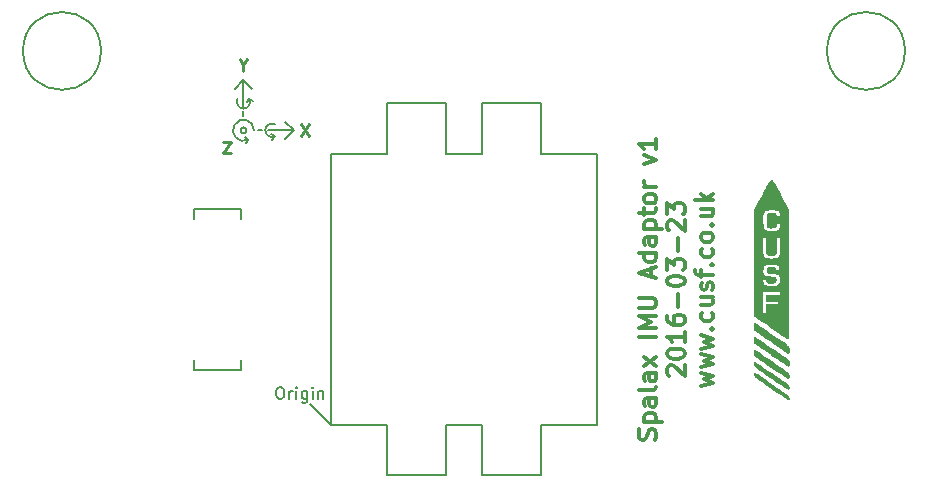
<source format=gto>
G04 #@! TF.FileFunction,Legend,Top*
%FSLAX46Y46*%
G04 Gerber Fmt 4.6, Leading zero omitted, Abs format (unit mm)*
G04 Created by KiCad (PCBNEW 0.201601071449+6428~40~ubuntu14.04.1-stable) date Tue 29 Mar 2016 02:08:47 BST*
%MOMM*%
G01*
G04 APERTURE LIST*
%ADD10C,0.100000*%
%ADD11C,0.300000*%
%ADD12C,0.200000*%
%ADD13C,0.150000*%
%ADD14C,0.250000*%
%ADD15C,6.300000*%
%ADD16C,0.600000*%
%ADD17R,2.032000X1.727200*%
%ADD18O,2.032000X1.727200*%
%ADD19R,1.727200X1.727200*%
%ADD20O,1.727200X1.727200*%
%ADD21R,0.620000X0.620000*%
%ADD22R,1.370000X0.500000*%
%ADD23C,1.588000*%
%ADD24C,2.100000*%
G04 APERTURE END LIST*
D10*
D11*
X206707143Y-115714286D02*
X206778571Y-115500000D01*
X206778571Y-115142857D01*
X206707143Y-115000000D01*
X206635714Y-114928571D01*
X206492857Y-114857143D01*
X206350000Y-114857143D01*
X206207143Y-114928571D01*
X206135714Y-115000000D01*
X206064286Y-115142857D01*
X205992857Y-115428571D01*
X205921429Y-115571429D01*
X205850000Y-115642857D01*
X205707143Y-115714286D01*
X205564286Y-115714286D01*
X205421429Y-115642857D01*
X205350000Y-115571429D01*
X205278571Y-115428571D01*
X205278571Y-115071429D01*
X205350000Y-114857143D01*
X205778571Y-114214286D02*
X207278571Y-114214286D01*
X205850000Y-114214286D02*
X205778571Y-114071429D01*
X205778571Y-113785715D01*
X205850000Y-113642858D01*
X205921429Y-113571429D01*
X206064286Y-113500000D01*
X206492857Y-113500000D01*
X206635714Y-113571429D01*
X206707143Y-113642858D01*
X206778571Y-113785715D01*
X206778571Y-114071429D01*
X206707143Y-114214286D01*
X206778571Y-112214286D02*
X205992857Y-112214286D01*
X205850000Y-112285715D01*
X205778571Y-112428572D01*
X205778571Y-112714286D01*
X205850000Y-112857143D01*
X206707143Y-112214286D02*
X206778571Y-112357143D01*
X206778571Y-112714286D01*
X206707143Y-112857143D01*
X206564286Y-112928572D01*
X206421429Y-112928572D01*
X206278571Y-112857143D01*
X206207143Y-112714286D01*
X206207143Y-112357143D01*
X206135714Y-112214286D01*
X206778571Y-111285714D02*
X206707143Y-111428572D01*
X206564286Y-111500000D01*
X205278571Y-111500000D01*
X206778571Y-110071429D02*
X205992857Y-110071429D01*
X205850000Y-110142858D01*
X205778571Y-110285715D01*
X205778571Y-110571429D01*
X205850000Y-110714286D01*
X206707143Y-110071429D02*
X206778571Y-110214286D01*
X206778571Y-110571429D01*
X206707143Y-110714286D01*
X206564286Y-110785715D01*
X206421429Y-110785715D01*
X206278571Y-110714286D01*
X206207143Y-110571429D01*
X206207143Y-110214286D01*
X206135714Y-110071429D01*
X206778571Y-109500000D02*
X205778571Y-108714286D01*
X205778571Y-109500000D02*
X206778571Y-108714286D01*
X206778571Y-107000000D02*
X205278571Y-107000000D01*
X206778571Y-106285714D02*
X205278571Y-106285714D01*
X206350000Y-105785714D01*
X205278571Y-105285714D01*
X206778571Y-105285714D01*
X205278571Y-104571428D02*
X206492857Y-104571428D01*
X206635714Y-104500000D01*
X206707143Y-104428571D01*
X206778571Y-104285714D01*
X206778571Y-104000000D01*
X206707143Y-103857142D01*
X206635714Y-103785714D01*
X206492857Y-103714285D01*
X205278571Y-103714285D01*
X206350000Y-101928571D02*
X206350000Y-101214285D01*
X206778571Y-102071428D02*
X205278571Y-101571428D01*
X206778571Y-101071428D01*
X206778571Y-99928571D02*
X205278571Y-99928571D01*
X206707143Y-99928571D02*
X206778571Y-100071428D01*
X206778571Y-100357142D01*
X206707143Y-100500000D01*
X206635714Y-100571428D01*
X206492857Y-100642857D01*
X206064286Y-100642857D01*
X205921429Y-100571428D01*
X205850000Y-100500000D01*
X205778571Y-100357142D01*
X205778571Y-100071428D01*
X205850000Y-99928571D01*
X206778571Y-98571428D02*
X205992857Y-98571428D01*
X205850000Y-98642857D01*
X205778571Y-98785714D01*
X205778571Y-99071428D01*
X205850000Y-99214285D01*
X206707143Y-98571428D02*
X206778571Y-98714285D01*
X206778571Y-99071428D01*
X206707143Y-99214285D01*
X206564286Y-99285714D01*
X206421429Y-99285714D01*
X206278571Y-99214285D01*
X206207143Y-99071428D01*
X206207143Y-98714285D01*
X206135714Y-98571428D01*
X205778571Y-97857142D02*
X207278571Y-97857142D01*
X205850000Y-97857142D02*
X205778571Y-97714285D01*
X205778571Y-97428571D01*
X205850000Y-97285714D01*
X205921429Y-97214285D01*
X206064286Y-97142856D01*
X206492857Y-97142856D01*
X206635714Y-97214285D01*
X206707143Y-97285714D01*
X206778571Y-97428571D01*
X206778571Y-97714285D01*
X206707143Y-97857142D01*
X205778571Y-96714285D02*
X205778571Y-96142856D01*
X205278571Y-96499999D02*
X206564286Y-96499999D01*
X206707143Y-96428571D01*
X206778571Y-96285713D01*
X206778571Y-96142856D01*
X206778571Y-95428570D02*
X206707143Y-95571428D01*
X206635714Y-95642856D01*
X206492857Y-95714285D01*
X206064286Y-95714285D01*
X205921429Y-95642856D01*
X205850000Y-95571428D01*
X205778571Y-95428570D01*
X205778571Y-95214285D01*
X205850000Y-95071428D01*
X205921429Y-94999999D01*
X206064286Y-94928570D01*
X206492857Y-94928570D01*
X206635714Y-94999999D01*
X206707143Y-95071428D01*
X206778571Y-95214285D01*
X206778571Y-95428570D01*
X206778571Y-94285713D02*
X205778571Y-94285713D01*
X206064286Y-94285713D02*
X205921429Y-94214285D01*
X205850000Y-94142856D01*
X205778571Y-93999999D01*
X205778571Y-93857142D01*
X205778571Y-92357142D02*
X206778571Y-91999999D01*
X205778571Y-91642857D01*
X206778571Y-90285714D02*
X206778571Y-91142857D01*
X206778571Y-90714285D02*
X205278571Y-90714285D01*
X205492857Y-90857142D01*
X205635714Y-91000000D01*
X205707143Y-91142857D01*
X207821429Y-110285713D02*
X207750000Y-110214284D01*
X207678571Y-110071427D01*
X207678571Y-109714284D01*
X207750000Y-109571427D01*
X207821429Y-109499998D01*
X207964286Y-109428570D01*
X208107143Y-109428570D01*
X208321429Y-109499998D01*
X209178571Y-110357141D01*
X209178571Y-109428570D01*
X207678571Y-108499999D02*
X207678571Y-108357142D01*
X207750000Y-108214285D01*
X207821429Y-108142856D01*
X207964286Y-108071427D01*
X208250000Y-107999999D01*
X208607143Y-107999999D01*
X208892857Y-108071427D01*
X209035714Y-108142856D01*
X209107143Y-108214285D01*
X209178571Y-108357142D01*
X209178571Y-108499999D01*
X209107143Y-108642856D01*
X209035714Y-108714285D01*
X208892857Y-108785713D01*
X208607143Y-108857142D01*
X208250000Y-108857142D01*
X207964286Y-108785713D01*
X207821429Y-108714285D01*
X207750000Y-108642856D01*
X207678571Y-108499999D01*
X209178571Y-106571428D02*
X209178571Y-107428571D01*
X209178571Y-106999999D02*
X207678571Y-106999999D01*
X207892857Y-107142856D01*
X208035714Y-107285714D01*
X208107143Y-107428571D01*
X207678571Y-105285714D02*
X207678571Y-105571428D01*
X207750000Y-105714285D01*
X207821429Y-105785714D01*
X208035714Y-105928571D01*
X208321429Y-106000000D01*
X208892857Y-106000000D01*
X209035714Y-105928571D01*
X209107143Y-105857143D01*
X209178571Y-105714285D01*
X209178571Y-105428571D01*
X209107143Y-105285714D01*
X209035714Y-105214285D01*
X208892857Y-105142857D01*
X208535714Y-105142857D01*
X208392857Y-105214285D01*
X208321429Y-105285714D01*
X208250000Y-105428571D01*
X208250000Y-105714285D01*
X208321429Y-105857143D01*
X208392857Y-105928571D01*
X208535714Y-106000000D01*
X208607143Y-104500000D02*
X208607143Y-103357143D01*
X207678571Y-102357143D02*
X207678571Y-102214286D01*
X207750000Y-102071429D01*
X207821429Y-102000000D01*
X207964286Y-101928571D01*
X208250000Y-101857143D01*
X208607143Y-101857143D01*
X208892857Y-101928571D01*
X209035714Y-102000000D01*
X209107143Y-102071429D01*
X209178571Y-102214286D01*
X209178571Y-102357143D01*
X209107143Y-102500000D01*
X209035714Y-102571429D01*
X208892857Y-102642857D01*
X208607143Y-102714286D01*
X208250000Y-102714286D01*
X207964286Y-102642857D01*
X207821429Y-102571429D01*
X207750000Y-102500000D01*
X207678571Y-102357143D01*
X207678571Y-101357143D02*
X207678571Y-100428572D01*
X208250000Y-100928572D01*
X208250000Y-100714286D01*
X208321429Y-100571429D01*
X208392857Y-100500000D01*
X208535714Y-100428572D01*
X208892857Y-100428572D01*
X209035714Y-100500000D01*
X209107143Y-100571429D01*
X209178571Y-100714286D01*
X209178571Y-101142858D01*
X209107143Y-101285715D01*
X209035714Y-101357143D01*
X208607143Y-99785715D02*
X208607143Y-98642858D01*
X207821429Y-98000001D02*
X207750000Y-97928572D01*
X207678571Y-97785715D01*
X207678571Y-97428572D01*
X207750000Y-97285715D01*
X207821429Y-97214286D01*
X207964286Y-97142858D01*
X208107143Y-97142858D01*
X208321429Y-97214286D01*
X209178571Y-98071429D01*
X209178571Y-97142858D01*
X207678571Y-96642858D02*
X207678571Y-95714287D01*
X208250000Y-96214287D01*
X208250000Y-96000001D01*
X208321429Y-95857144D01*
X208392857Y-95785715D01*
X208535714Y-95714287D01*
X208892857Y-95714287D01*
X209035714Y-95785715D01*
X209107143Y-95857144D01*
X209178571Y-96000001D01*
X209178571Y-96428573D01*
X209107143Y-96571430D01*
X209035714Y-96642858D01*
X210578571Y-111178572D02*
X211578571Y-110892858D01*
X210864286Y-110607144D01*
X211578571Y-110321429D01*
X210578571Y-110035715D01*
X210578571Y-109607143D02*
X211578571Y-109321429D01*
X210864286Y-109035715D01*
X211578571Y-108750000D01*
X210578571Y-108464286D01*
X210578571Y-108035714D02*
X211578571Y-107750000D01*
X210864286Y-107464286D01*
X211578571Y-107178571D01*
X210578571Y-106892857D01*
X211435714Y-106321428D02*
X211507143Y-106250000D01*
X211578571Y-106321428D01*
X211507143Y-106392857D01*
X211435714Y-106321428D01*
X211578571Y-106321428D01*
X211507143Y-104964285D02*
X211578571Y-105107142D01*
X211578571Y-105392856D01*
X211507143Y-105535714D01*
X211435714Y-105607142D01*
X211292857Y-105678571D01*
X210864286Y-105678571D01*
X210721429Y-105607142D01*
X210650000Y-105535714D01*
X210578571Y-105392856D01*
X210578571Y-105107142D01*
X210650000Y-104964285D01*
X210578571Y-103678571D02*
X211578571Y-103678571D01*
X210578571Y-104321428D02*
X211364286Y-104321428D01*
X211507143Y-104250000D01*
X211578571Y-104107142D01*
X211578571Y-103892857D01*
X211507143Y-103750000D01*
X211435714Y-103678571D01*
X211507143Y-103035714D02*
X211578571Y-102892857D01*
X211578571Y-102607142D01*
X211507143Y-102464285D01*
X211364286Y-102392857D01*
X211292857Y-102392857D01*
X211150000Y-102464285D01*
X211078571Y-102607142D01*
X211078571Y-102821428D01*
X211007143Y-102964285D01*
X210864286Y-103035714D01*
X210792857Y-103035714D01*
X210650000Y-102964285D01*
X210578571Y-102821428D01*
X210578571Y-102607142D01*
X210650000Y-102464285D01*
X210578571Y-101964285D02*
X210578571Y-101392856D01*
X211578571Y-101749999D02*
X210292857Y-101749999D01*
X210150000Y-101678571D01*
X210078571Y-101535713D01*
X210078571Y-101392856D01*
X211435714Y-100892856D02*
X211507143Y-100821428D01*
X211578571Y-100892856D01*
X211507143Y-100964285D01*
X211435714Y-100892856D01*
X211578571Y-100892856D01*
X211507143Y-99535713D02*
X211578571Y-99678570D01*
X211578571Y-99964284D01*
X211507143Y-100107142D01*
X211435714Y-100178570D01*
X211292857Y-100249999D01*
X210864286Y-100249999D01*
X210721429Y-100178570D01*
X210650000Y-100107142D01*
X210578571Y-99964284D01*
X210578571Y-99678570D01*
X210650000Y-99535713D01*
X211578571Y-98678570D02*
X211507143Y-98821428D01*
X211435714Y-98892856D01*
X211292857Y-98964285D01*
X210864286Y-98964285D01*
X210721429Y-98892856D01*
X210650000Y-98821428D01*
X210578571Y-98678570D01*
X210578571Y-98464285D01*
X210650000Y-98321428D01*
X210721429Y-98249999D01*
X210864286Y-98178570D01*
X211292857Y-98178570D01*
X211435714Y-98249999D01*
X211507143Y-98321428D01*
X211578571Y-98464285D01*
X211578571Y-98678570D01*
X211435714Y-97535713D02*
X211507143Y-97464285D01*
X211578571Y-97535713D01*
X211507143Y-97607142D01*
X211435714Y-97535713D01*
X211578571Y-97535713D01*
X210578571Y-96178570D02*
X211578571Y-96178570D01*
X210578571Y-96821427D02*
X211364286Y-96821427D01*
X211507143Y-96749999D01*
X211578571Y-96607141D01*
X211578571Y-96392856D01*
X211507143Y-96249999D01*
X211435714Y-96178570D01*
X211578571Y-95464284D02*
X210078571Y-95464284D01*
X211007143Y-95321427D02*
X211578571Y-94892856D01*
X210578571Y-94892856D02*
X211150000Y-95464284D01*
D12*
X179276500Y-114459090D02*
X177498500Y-112681090D01*
D13*
X174843000Y-111257381D02*
X175033477Y-111257381D01*
X175128715Y-111305000D01*
X175223953Y-111400238D01*
X175271572Y-111590714D01*
X175271572Y-111924048D01*
X175223953Y-112114524D01*
X175128715Y-112209762D01*
X175033477Y-112257381D01*
X174843000Y-112257381D01*
X174747762Y-112209762D01*
X174652524Y-112114524D01*
X174604905Y-111924048D01*
X174604905Y-111590714D01*
X174652524Y-111400238D01*
X174747762Y-111305000D01*
X174843000Y-111257381D01*
X175700143Y-112257381D02*
X175700143Y-111590714D01*
X175700143Y-111781190D02*
X175747762Y-111685952D01*
X175795381Y-111638333D01*
X175890619Y-111590714D01*
X175985858Y-111590714D01*
X176319191Y-112257381D02*
X176319191Y-111590714D01*
X176319191Y-111257381D02*
X176271572Y-111305000D01*
X176319191Y-111352619D01*
X176366810Y-111305000D01*
X176319191Y-111257381D01*
X176319191Y-111352619D01*
X177223953Y-111590714D02*
X177223953Y-112400238D01*
X177176334Y-112495476D01*
X177128715Y-112543095D01*
X177033476Y-112590714D01*
X176890619Y-112590714D01*
X176795381Y-112543095D01*
X177223953Y-112209762D02*
X177128715Y-112257381D01*
X176938238Y-112257381D01*
X176843000Y-112209762D01*
X176795381Y-112162143D01*
X176747762Y-112066905D01*
X176747762Y-111781190D01*
X176795381Y-111685952D01*
X176843000Y-111638333D01*
X176938238Y-111590714D01*
X177128715Y-111590714D01*
X177223953Y-111638333D01*
X177700143Y-112257381D02*
X177700143Y-111590714D01*
X177700143Y-111257381D02*
X177652524Y-111305000D01*
X177700143Y-111352619D01*
X177747762Y-111305000D01*
X177700143Y-111257381D01*
X177700143Y-111352619D01*
X178176333Y-111590714D02*
X178176333Y-112257381D01*
X178176333Y-111685952D02*
X178223952Y-111638333D01*
X178319190Y-111590714D01*
X178462048Y-111590714D01*
X178557286Y-111638333D01*
X178604905Y-111733571D01*
X178604905Y-112257381D01*
D12*
X172233000Y-90330590D02*
X172033000Y-90630590D01*
X172233000Y-90330590D02*
X171933000Y-90130590D01*
X172727427Y-89530590D02*
G75*
G03X172233000Y-90330590I-894427J0D01*
G01*
X171833000Y-88280590D02*
X171833000Y-87930590D01*
X172333000Y-86880590D02*
X172633000Y-87030590D01*
X172133000Y-87130590D02*
X172333000Y-86880590D01*
X171833000Y-87430590D02*
X171833000Y-85280590D01*
X171333000Y-86880590D02*
G75*
G03X172333000Y-86880590I500000J-250000D01*
G01*
X171833000Y-85280590D02*
X172583000Y-86030590D01*
X171833000Y-85280590D02*
X171083000Y-86030590D01*
X174483000Y-90030590D02*
X174233000Y-90330590D01*
X174133000Y-89830590D02*
X174483000Y-90030590D01*
X173933000Y-89530590D02*
X176083000Y-89530590D01*
X174483000Y-89030590D02*
G75*
G03X174483000Y-90030590I-250000J-500000D01*
G01*
D14*
X171833000Y-84006780D02*
X171833000Y-84482971D01*
X171499667Y-83482971D02*
X171833000Y-84006780D01*
X172166334Y-83482971D01*
X176725857Y-88982971D02*
X177392524Y-89982971D01*
X177392524Y-88982971D02*
X176725857Y-89982971D01*
X170123476Y-90482971D02*
X170790143Y-90482971D01*
X170123476Y-91482971D01*
X170790143Y-91482971D01*
D12*
X176083000Y-89530590D02*
X175333000Y-90280590D01*
X176083000Y-89530590D02*
X175333000Y-88780590D01*
X173083000Y-89530590D02*
X173433000Y-89530590D01*
X172083000Y-89530590D02*
G75*
G03X172083000Y-89530590I-250000J0D01*
G01*
D13*
X227836000Y-82804000D02*
G75*
G03X227836000Y-82804000I-3300000J0D01*
G01*
X159764000Y-82804000D02*
G75*
G03X159764000Y-82804000I-3300000J0D01*
G01*
D10*
G36*
X217992250Y-112177520D02*
X217983287Y-112244669D01*
X217947068Y-112267469D01*
X217920812Y-112268108D01*
X217881477Y-112249778D01*
X217795504Y-112198255D01*
X217668106Y-112117006D01*
X217504494Y-112009499D01*
X217309879Y-111879202D01*
X217089473Y-111729583D01*
X216848487Y-111564107D01*
X216592133Y-111386244D01*
X216525068Y-111339421D01*
X216264574Y-111156916D01*
X216017905Y-110983332D01*
X215790364Y-110822454D01*
X215587252Y-110678063D01*
X215413868Y-110553945D01*
X215275515Y-110453882D01*
X215177492Y-110381657D01*
X215125101Y-110341055D01*
X215120131Y-110336653D01*
X215052215Y-110234568D01*
X215039500Y-110154090D01*
X215049215Y-110076354D01*
X215084870Y-110051669D01*
X215156227Y-110075112D01*
X215175923Y-110085293D01*
X215228400Y-110117623D01*
X215325069Y-110181425D01*
X215459821Y-110272424D01*
X215626542Y-110386343D01*
X215819121Y-110518907D01*
X216031445Y-110665840D01*
X216257401Y-110822865D01*
X216490879Y-110985707D01*
X216725765Y-111150089D01*
X216955948Y-111311736D01*
X217175315Y-111466372D01*
X217377754Y-111609720D01*
X217557153Y-111737506D01*
X217707400Y-111845451D01*
X217822383Y-111929282D01*
X217895988Y-111984721D01*
X217920812Y-112005577D01*
X217973309Y-112092618D01*
X217992250Y-112177520D01*
X217992250Y-112177520D01*
X217992250Y-112177520D01*
G37*
X217992250Y-112177520D02*
X217983287Y-112244669D01*
X217947068Y-112267469D01*
X217920812Y-112268108D01*
X217881477Y-112249778D01*
X217795504Y-112198255D01*
X217668106Y-112117006D01*
X217504494Y-112009499D01*
X217309879Y-111879202D01*
X217089473Y-111729583D01*
X216848487Y-111564107D01*
X216592133Y-111386244D01*
X216525068Y-111339421D01*
X216264574Y-111156916D01*
X216017905Y-110983332D01*
X215790364Y-110822454D01*
X215587252Y-110678063D01*
X215413868Y-110553945D01*
X215275515Y-110453882D01*
X215177492Y-110381657D01*
X215125101Y-110341055D01*
X215120131Y-110336653D01*
X215052215Y-110234568D01*
X215039500Y-110154090D01*
X215049215Y-110076354D01*
X215084870Y-110051669D01*
X215156227Y-110075112D01*
X215175923Y-110085293D01*
X215228400Y-110117623D01*
X215325069Y-110181425D01*
X215459821Y-110272424D01*
X215626542Y-110386343D01*
X215819121Y-110518907D01*
X216031445Y-110665840D01*
X216257401Y-110822865D01*
X216490879Y-110985707D01*
X216725765Y-111150089D01*
X216955948Y-111311736D01*
X217175315Y-111466372D01*
X217377754Y-111609720D01*
X217557153Y-111737506D01*
X217707400Y-111845451D01*
X217822383Y-111929282D01*
X217895988Y-111984721D01*
X217920812Y-112005577D01*
X217973309Y-112092618D01*
X217992250Y-112177520D01*
X217992250Y-112177520D01*
G36*
X217992250Y-111289441D02*
X217986218Y-111372215D01*
X217963097Y-111408071D01*
X217933153Y-111413750D01*
X217896297Y-111396084D01*
X217812578Y-111345359D01*
X217687120Y-111264984D01*
X217525043Y-111158367D01*
X217331471Y-111028916D01*
X217111526Y-110880041D01*
X216870329Y-110715150D01*
X216613004Y-110537651D01*
X216527755Y-110478513D01*
X216265277Y-110295857D01*
X216016972Y-110122449D01*
X215788056Y-109961973D01*
X215583744Y-109818115D01*
X215409254Y-109694560D01*
X215269800Y-109594994D01*
X215170600Y-109523102D01*
X215116868Y-109482569D01*
X215110476Y-109477151D01*
X215059824Y-109406821D01*
X215040459Y-109308226D01*
X215039500Y-109269388D01*
X215048161Y-109169364D01*
X215073815Y-109128648D01*
X215079879Y-109127750D01*
X215112924Y-109145357D01*
X215191988Y-109195462D01*
X215311179Y-109273987D01*
X215464607Y-109376854D01*
X215646381Y-109499987D01*
X215850610Y-109639307D01*
X216071404Y-109790737D01*
X216302872Y-109950200D01*
X216539124Y-110113618D01*
X216774267Y-110276914D01*
X217002413Y-110436011D01*
X217217669Y-110586831D01*
X217414146Y-110725297D01*
X217585953Y-110847331D01*
X217727198Y-110948856D01*
X217831991Y-111025794D01*
X217894442Y-111074069D01*
X217904937Y-111083185D01*
X217970173Y-111166792D01*
X217991854Y-111268028D01*
X217992250Y-111289441D01*
X217992250Y-111289441D01*
X217992250Y-111289441D01*
G37*
X217992250Y-111289441D02*
X217986218Y-111372215D01*
X217963097Y-111408071D01*
X217933153Y-111413750D01*
X217896297Y-111396084D01*
X217812578Y-111345359D01*
X217687120Y-111264984D01*
X217525043Y-111158367D01*
X217331471Y-111028916D01*
X217111526Y-110880041D01*
X216870329Y-110715150D01*
X216613004Y-110537651D01*
X216527755Y-110478513D01*
X216265277Y-110295857D01*
X216016972Y-110122449D01*
X215788056Y-109961973D01*
X215583744Y-109818115D01*
X215409254Y-109694560D01*
X215269800Y-109594994D01*
X215170600Y-109523102D01*
X215116868Y-109482569D01*
X215110476Y-109477151D01*
X215059824Y-109406821D01*
X215040459Y-109308226D01*
X215039500Y-109269388D01*
X215048161Y-109169364D01*
X215073815Y-109128648D01*
X215079879Y-109127750D01*
X215112924Y-109145357D01*
X215191988Y-109195462D01*
X215311179Y-109273987D01*
X215464607Y-109376854D01*
X215646381Y-109499987D01*
X215850610Y-109639307D01*
X216071404Y-109790737D01*
X216302872Y-109950200D01*
X216539124Y-110113618D01*
X216774267Y-110276914D01*
X217002413Y-110436011D01*
X217217669Y-110586831D01*
X217414146Y-110725297D01*
X217585953Y-110847331D01*
X217727198Y-110948856D01*
X217831991Y-111025794D01*
X217894442Y-111074069D01*
X217904937Y-111083185D01*
X217970173Y-111166792D01*
X217991854Y-111268028D01*
X217992250Y-111289441D01*
X217992250Y-111289441D01*
G36*
X217992250Y-110351618D02*
X217988607Y-110439393D01*
X217972018Y-110480421D01*
X217933994Y-110491297D01*
X217920812Y-110491266D01*
X217880543Y-110473133D01*
X217793579Y-110421737D01*
X217665073Y-110340479D01*
X217500178Y-110232759D01*
X217304046Y-110101977D01*
X217081831Y-109951533D01*
X216838685Y-109784826D01*
X216609636Y-109626079D01*
X216353827Y-109447829D01*
X216108737Y-109276889D01*
X215880374Y-109117461D01*
X215674746Y-108973745D01*
X215497858Y-108849942D01*
X215355718Y-108750252D01*
X215254334Y-108678877D01*
X215203146Y-108642499D01*
X215036395Y-108522374D01*
X215045884Y-108340874D01*
X215053736Y-108237885D01*
X215067914Y-108183364D01*
X215095098Y-108162284D01*
X215126544Y-108159375D01*
X215168854Y-108177297D01*
X215256606Y-108228280D01*
X215383806Y-108308149D01*
X215544459Y-108412729D01*
X215732571Y-108537846D01*
X215942146Y-108679324D01*
X216167192Y-108832989D01*
X216401712Y-108994666D01*
X216639713Y-109160179D01*
X216875199Y-109325354D01*
X217102178Y-109486016D01*
X217314653Y-109637991D01*
X217506630Y-109777103D01*
X217672115Y-109899177D01*
X217805114Y-110000039D01*
X217899631Y-110075513D01*
X217949673Y-110121425D01*
X217955509Y-110129601D01*
X217978778Y-110212849D01*
X217991463Y-110320822D01*
X217992250Y-110351618D01*
X217992250Y-110351618D01*
X217992250Y-110351618D01*
G37*
X217992250Y-110351618D02*
X217988607Y-110439393D01*
X217972018Y-110480421D01*
X217933994Y-110491297D01*
X217920812Y-110491266D01*
X217880543Y-110473133D01*
X217793579Y-110421737D01*
X217665073Y-110340479D01*
X217500178Y-110232759D01*
X217304046Y-110101977D01*
X217081831Y-109951533D01*
X216838685Y-109784826D01*
X216609636Y-109626079D01*
X216353827Y-109447829D01*
X216108737Y-109276889D01*
X215880374Y-109117461D01*
X215674746Y-108973745D01*
X215497858Y-108849942D01*
X215355718Y-108750252D01*
X215254334Y-108678877D01*
X215203146Y-108642499D01*
X215036395Y-108522374D01*
X215045884Y-108340874D01*
X215053736Y-108237885D01*
X215067914Y-108183364D01*
X215095098Y-108162284D01*
X215126544Y-108159375D01*
X215168854Y-108177297D01*
X215256606Y-108228280D01*
X215383806Y-108308149D01*
X215544459Y-108412729D01*
X215732571Y-108537846D01*
X215942146Y-108679324D01*
X216167192Y-108832989D01*
X216401712Y-108994666D01*
X216639713Y-109160179D01*
X216875199Y-109325354D01*
X217102178Y-109486016D01*
X217314653Y-109637991D01*
X217506630Y-109777103D01*
X217672115Y-109899177D01*
X217805114Y-110000039D01*
X217899631Y-110075513D01*
X217949673Y-110121425D01*
X217955509Y-110129601D01*
X217978778Y-110212849D01*
X217991463Y-110320822D01*
X217992250Y-110351618D01*
X217992250Y-110351618D01*
G36*
X217992250Y-109237431D02*
X217990642Y-109349021D01*
X217982565Y-109411275D01*
X217963134Y-109438336D01*
X217927465Y-109444348D01*
X217920812Y-109444314D01*
X217880464Y-109426293D01*
X217792782Y-109374618D01*
X217662296Y-109292277D01*
X217493532Y-109182257D01*
X217291020Y-109047546D01*
X217059287Y-108891133D01*
X216802863Y-108716003D01*
X216526275Y-108525146D01*
X216500000Y-108506919D01*
X216237632Y-108324298D01*
X215989915Y-108150837D01*
X215761998Y-107990213D01*
X215559030Y-107846104D01*
X215386160Y-107722187D01*
X215248538Y-107622140D01*
X215151312Y-107549641D01*
X215099633Y-107508367D01*
X215093682Y-107502508D01*
X215060430Y-107432205D01*
X215043434Y-107333439D01*
X215041986Y-107225448D01*
X215055381Y-107127466D01*
X215082913Y-107058731D01*
X215110723Y-107038219D01*
X215144998Y-107054014D01*
X215225311Y-107102228D01*
X215345723Y-107178799D01*
X215500295Y-107279667D01*
X215683087Y-107400774D01*
X215888160Y-107538058D01*
X216109577Y-107687459D01*
X216341396Y-107844918D01*
X216577680Y-108006374D01*
X216812489Y-108167767D01*
X217039885Y-108325037D01*
X217253927Y-108474124D01*
X217448678Y-108610968D01*
X217618198Y-108731508D01*
X217756547Y-108831685D01*
X217857788Y-108907438D01*
X217915980Y-108954708D01*
X217920812Y-108959271D01*
X217961236Y-109010068D01*
X217983081Y-109074515D01*
X217991483Y-109172611D01*
X217992250Y-109237431D01*
X217992250Y-109237431D01*
X217992250Y-109237431D01*
G37*
X217992250Y-109237431D02*
X217990642Y-109349021D01*
X217982565Y-109411275D01*
X217963134Y-109438336D01*
X217927465Y-109444348D01*
X217920812Y-109444314D01*
X217880464Y-109426293D01*
X217792782Y-109374618D01*
X217662296Y-109292277D01*
X217493532Y-109182257D01*
X217291020Y-109047546D01*
X217059287Y-108891133D01*
X216802863Y-108716003D01*
X216526275Y-108525146D01*
X216500000Y-108506919D01*
X216237632Y-108324298D01*
X215989915Y-108150837D01*
X215761998Y-107990213D01*
X215559030Y-107846104D01*
X215386160Y-107722187D01*
X215248538Y-107622140D01*
X215151312Y-107549641D01*
X215099633Y-107508367D01*
X215093682Y-107502508D01*
X215060430Y-107432205D01*
X215043434Y-107333439D01*
X215041986Y-107225448D01*
X215055381Y-107127466D01*
X215082913Y-107058731D01*
X215110723Y-107038219D01*
X215144998Y-107054014D01*
X215225311Y-107102228D01*
X215345723Y-107178799D01*
X215500295Y-107279667D01*
X215683087Y-107400774D01*
X215888160Y-107538058D01*
X216109577Y-107687459D01*
X216341396Y-107844918D01*
X216577680Y-108006374D01*
X216812489Y-108167767D01*
X217039885Y-108325037D01*
X217253927Y-108474124D01*
X217448678Y-108610968D01*
X217618198Y-108731508D01*
X217756547Y-108831685D01*
X217857788Y-108907438D01*
X217915980Y-108954708D01*
X217920812Y-108959271D01*
X217961236Y-109010068D01*
X217983081Y-109074515D01*
X217991483Y-109172611D01*
X217992250Y-109237431D01*
X217992250Y-109237431D01*
G36*
X217992250Y-108115267D02*
X217991183Y-108240265D01*
X217985512Y-108314664D01*
X217971530Y-108351355D01*
X217945531Y-108363233D01*
X217920812Y-108363765D01*
X217871110Y-108345441D01*
X217780722Y-108296179D01*
X217660317Y-108222391D01*
X217520560Y-108130490D01*
X217436625Y-108072668D01*
X217306238Y-107981501D01*
X217133995Y-107861315D01*
X216930210Y-107719292D01*
X216705197Y-107562617D01*
X216469269Y-107398471D01*
X216232739Y-107234038D01*
X216134875Y-107166046D01*
X215919482Y-107015675D01*
X215716762Y-106872715D01*
X215533689Y-106742193D01*
X215377233Y-106629135D01*
X215254368Y-106538567D01*
X215172067Y-106475517D01*
X215142687Y-106450790D01*
X215090644Y-106397922D01*
X215059893Y-106349144D01*
X215044848Y-106285749D01*
X215039922Y-106189031D01*
X215039500Y-106105271D01*
X215040603Y-105981064D01*
X215046426Y-105907341D01*
X215060734Y-105871093D01*
X215087295Y-105859312D01*
X215110937Y-105858579D01*
X215148791Y-105876401D01*
X215232541Y-105926741D01*
X215356207Y-106005491D01*
X215513810Y-106108548D01*
X215699370Y-106231806D01*
X215906909Y-106371158D01*
X216130446Y-106522500D01*
X216364003Y-106681725D01*
X216601599Y-106844729D01*
X216837256Y-107007405D01*
X217064994Y-107165648D01*
X217278834Y-107315354D01*
X217472796Y-107452415D01*
X217640901Y-107572726D01*
X217777169Y-107672183D01*
X217875621Y-107746679D01*
X217930278Y-107792108D01*
X217936687Y-107798783D01*
X217967318Y-107852660D01*
X217984797Y-107933900D01*
X217991788Y-108057668D01*
X217992250Y-108115267D01*
X217992250Y-108115267D01*
X217992250Y-108115267D01*
G37*
X217992250Y-108115267D02*
X217991183Y-108240265D01*
X217985512Y-108314664D01*
X217971530Y-108351355D01*
X217945531Y-108363233D01*
X217920812Y-108363765D01*
X217871110Y-108345441D01*
X217780722Y-108296179D01*
X217660317Y-108222391D01*
X217520560Y-108130490D01*
X217436625Y-108072668D01*
X217306238Y-107981501D01*
X217133995Y-107861315D01*
X216930210Y-107719292D01*
X216705197Y-107562617D01*
X216469269Y-107398471D01*
X216232739Y-107234038D01*
X216134875Y-107166046D01*
X215919482Y-107015675D01*
X215716762Y-106872715D01*
X215533689Y-106742193D01*
X215377233Y-106629135D01*
X215254368Y-106538567D01*
X215172067Y-106475517D01*
X215142687Y-106450790D01*
X215090644Y-106397922D01*
X215059893Y-106349144D01*
X215044848Y-106285749D01*
X215039922Y-106189031D01*
X215039500Y-106105271D01*
X215040603Y-105981064D01*
X215046426Y-105907341D01*
X215060734Y-105871093D01*
X215087295Y-105859312D01*
X215110937Y-105858579D01*
X215148791Y-105876401D01*
X215232541Y-105926741D01*
X215356207Y-106005491D01*
X215513810Y-106108548D01*
X215699370Y-106231806D01*
X215906909Y-106371158D01*
X216130446Y-106522500D01*
X216364003Y-106681725D01*
X216601599Y-106844729D01*
X216837256Y-107007405D01*
X217064994Y-107165648D01*
X217278834Y-107315354D01*
X217472796Y-107452415D01*
X217640901Y-107572726D01*
X217777169Y-107672183D01*
X217875621Y-107746679D01*
X217930278Y-107792108D01*
X217936687Y-107798783D01*
X217967318Y-107852660D01*
X217984797Y-107933900D01*
X217991788Y-108057668D01*
X217992250Y-108115267D01*
X217992250Y-108115267D01*
G36*
X217976375Y-101664241D02*
X217976337Y-102359253D01*
X217976207Y-102993510D01*
X217975961Y-103569757D01*
X217975572Y-104090740D01*
X217975017Y-104559203D01*
X217974269Y-104977892D01*
X217973304Y-105349551D01*
X217972096Y-105676927D01*
X217970621Y-105962763D01*
X217968854Y-106209806D01*
X217966769Y-106420800D01*
X217964341Y-106598490D01*
X217961546Y-106745621D01*
X217958357Y-106864940D01*
X217954751Y-106959190D01*
X217950702Y-107031116D01*
X217946184Y-107083465D01*
X217941174Y-107118981D01*
X217935645Y-107140409D01*
X217929573Y-107150495D01*
X217926240Y-107152159D01*
X217875552Y-107140192D01*
X217792640Y-107099442D01*
X217703990Y-107044333D01*
X217453216Y-106872680D01*
X217270819Y-106747222D01*
X217270819Y-97380250D01*
X217095913Y-97380250D01*
X216921008Y-97380250D01*
X216904593Y-97525886D01*
X216887049Y-97621745D01*
X216862077Y-97692640D01*
X216851287Y-97708448D01*
X216804056Y-97726529D01*
X216710077Y-97742489D01*
X216586102Y-97753776D01*
X216537724Y-97756190D01*
X216399152Y-97759850D01*
X216296777Y-97752980D01*
X216224863Y-97727401D01*
X216177674Y-97674938D01*
X216149475Y-97587412D01*
X216134529Y-97456647D01*
X216127100Y-97274464D01*
X216124537Y-97167137D01*
X216121107Y-96944011D01*
X216125391Y-96776382D01*
X216142183Y-96656315D01*
X216176279Y-96575873D01*
X216232472Y-96527122D01*
X216315557Y-96502125D01*
X216430328Y-96492947D01*
X216532622Y-96491683D01*
X216692919Y-96501515D01*
X216799687Y-96534603D01*
X216859970Y-96595149D01*
X216880812Y-96687352D01*
X216881000Y-96699425D01*
X216881000Y-96808750D01*
X217055625Y-96808750D01*
X217230250Y-96808750D01*
X217230250Y-96662735D01*
X217215941Y-96501846D01*
X217169237Y-96379152D01*
X217084469Y-96290746D01*
X216955966Y-96232720D01*
X216778061Y-96201166D01*
X216547625Y-96192167D01*
X216306101Y-96202090D01*
X216118833Y-96234067D01*
X215978683Y-96293922D01*
X215878516Y-96387476D01*
X215811196Y-96520553D01*
X215769588Y-96698975D01*
X215753083Y-96840500D01*
X215746883Y-96993161D01*
X215750805Y-97169736D01*
X215763276Y-97354149D01*
X215782721Y-97530325D01*
X215807566Y-97682190D01*
X215836237Y-97793668D01*
X215849556Y-97825585D01*
X215918860Y-97924213D01*
X216014858Y-97994898D01*
X216145677Y-98040186D01*
X216319444Y-98062620D01*
X216544285Y-98064746D01*
X216606274Y-98062537D01*
X216811864Y-98046964D01*
X216960640Y-98019625D01*
X217034899Y-97992577D01*
X217131868Y-97925563D01*
X217197457Y-97828731D01*
X217237813Y-97690146D01*
X217253843Y-97567460D01*
X217270819Y-97380250D01*
X217270819Y-106747222D01*
X217269285Y-106746166D01*
X217269285Y-98523250D01*
X217094462Y-98523250D01*
X216919640Y-98523250D01*
X216908153Y-99240514D01*
X216904279Y-99471682D01*
X216900412Y-99647732D01*
X216895624Y-99777038D01*
X216888984Y-99867976D01*
X216879563Y-99928921D01*
X216866432Y-99968247D01*
X216848661Y-99994329D01*
X216825320Y-100015542D01*
X216821816Y-100018389D01*
X216736966Y-100056875D01*
X216612751Y-100078610D01*
X216471056Y-100083597D01*
X216333766Y-100071837D01*
X216222765Y-100043331D01*
X216178079Y-100018345D01*
X216153913Y-99997174D01*
X216135458Y-99972306D01*
X216121792Y-99935366D01*
X216111995Y-99877979D01*
X216105146Y-99791771D01*
X216100324Y-99668367D01*
X216096609Y-99499391D01*
X216093078Y-99276468D01*
X216092546Y-99240470D01*
X216081968Y-98523250D01*
X215909984Y-98523250D01*
X215738000Y-98523250D01*
X215738000Y-99169791D01*
X215739932Y-99464346D01*
X215747155Y-99702315D01*
X215761805Y-99890532D01*
X215786020Y-100035833D01*
X215821936Y-100145052D01*
X215871692Y-100225025D01*
X215937423Y-100282586D01*
X216021268Y-100324571D01*
X216107969Y-100353003D01*
X216241744Y-100377014D01*
X216408519Y-100387071D01*
X216588522Y-100384080D01*
X216761982Y-100368946D01*
X216909129Y-100342575D01*
X216998275Y-100312233D01*
X217069525Y-100273568D01*
X217125663Y-100230595D01*
X217168637Y-100175532D01*
X217200394Y-100100598D01*
X217222882Y-99998012D01*
X217238048Y-99859992D01*
X217247839Y-99678756D01*
X217254202Y-99446523D01*
X217257216Y-99277500D01*
X217269285Y-98523250D01*
X217269285Y-106746166D01*
X217262000Y-106741156D01*
X217262000Y-103444500D01*
X217262000Y-103301625D01*
X217262000Y-103158750D01*
X217236942Y-103158750D01*
X217236942Y-102139276D01*
X217231711Y-101983491D01*
X217209350Y-101864420D01*
X217162163Y-101775951D01*
X217082456Y-101711968D01*
X216962533Y-101666357D01*
X216794700Y-101633004D01*
X216571260Y-101605795D01*
X216564689Y-101605119D01*
X216416337Y-101587442D01*
X216289547Y-101567731D01*
X216198748Y-101548526D01*
X216159876Y-101533899D01*
X216131224Y-101476480D01*
X216120391Y-101383808D01*
X216127082Y-101281490D01*
X216151002Y-101195134D01*
X216164050Y-101172505D01*
X216195003Y-101142000D01*
X216242794Y-101123423D01*
X216321824Y-101114002D01*
X216446493Y-101110962D01*
X216484047Y-101110875D01*
X216644514Y-101116619D01*
X216751715Y-101137254D01*
X216815127Y-101177879D01*
X216844224Y-101243595D01*
X216849250Y-101307443D01*
X216854693Y-101349512D01*
X216881312Y-101371423D01*
X216944542Y-101379655D01*
X217023875Y-101380750D01*
X217198500Y-101380750D01*
X217198500Y-101268605D01*
X217185358Y-101159209D01*
X217153581Y-101049017D01*
X217152017Y-101045212D01*
X217105877Y-100965516D01*
X217037811Y-100907258D01*
X216938801Y-100867536D01*
X216799829Y-100843448D01*
X216611879Y-100832090D01*
X216484125Y-100830217D01*
X216251206Y-100835497D01*
X216073757Y-100857158D01*
X215944670Y-100900801D01*
X215856837Y-100972028D01*
X215803150Y-101076440D01*
X215776500Y-101219639D01*
X215769750Y-101393169D01*
X215774688Y-101528955D01*
X215794278Y-101635219D01*
X215835684Y-101716554D01*
X215906069Y-101777554D01*
X216012597Y-101822813D01*
X216162433Y-101856924D01*
X216362738Y-101884481D01*
X216568376Y-101905289D01*
X216685781Y-101921359D01*
X216783244Y-101943899D01*
X216835413Y-101965689D01*
X216872620Y-102026281D01*
X216889423Y-102122196D01*
X216885783Y-102228611D01*
X216861655Y-102320701D01*
X216836081Y-102360025D01*
X216773934Y-102390238D01*
X216668058Y-102412244D01*
X216537871Y-102424525D01*
X216402791Y-102425561D01*
X216282237Y-102413836D01*
X216246000Y-102406165D01*
X216172460Y-102379324D01*
X216132010Y-102333557D01*
X216105545Y-102246944D01*
X216104964Y-102244363D01*
X216075054Y-102111000D01*
X215902922Y-102111000D01*
X215730789Y-102111000D01*
X215752970Y-102258911D01*
X215787329Y-102423091D01*
X215839633Y-102536697D01*
X215920837Y-102612266D01*
X216041901Y-102662340D01*
X216122818Y-102682162D01*
X216238931Y-102696734D01*
X216391229Y-102702066D01*
X216561142Y-102699048D01*
X216730100Y-102688566D01*
X216879533Y-102671509D01*
X216990870Y-102648764D01*
X217018017Y-102639368D01*
X217116787Y-102578471D01*
X217183397Y-102486646D01*
X217221951Y-102354513D01*
X217236557Y-102172695D01*
X217236942Y-102139276D01*
X217236942Y-103158750D01*
X216500000Y-103158750D01*
X215738000Y-103158750D01*
X215738000Y-104079500D01*
X215738000Y-105000250D01*
X215912625Y-105000250D01*
X216087250Y-105000250D01*
X216087250Y-104619250D01*
X216087250Y-104238250D01*
X216595250Y-104238250D01*
X217103250Y-104238250D01*
X217103250Y-104095375D01*
X217103250Y-103952500D01*
X216595250Y-103952500D01*
X216087250Y-103952500D01*
X216087250Y-103698500D01*
X216087250Y-103444500D01*
X216674625Y-103444500D01*
X217262000Y-103444500D01*
X217262000Y-106741156D01*
X217191382Y-106692583D01*
X216923780Y-106507752D01*
X216655702Y-106321897D01*
X216392442Y-106138728D01*
X216139290Y-105961954D01*
X215901539Y-105795285D01*
X215684482Y-105642431D01*
X215493411Y-105507103D01*
X215333618Y-105393009D01*
X215210396Y-105303860D01*
X215129037Y-105243365D01*
X215095062Y-105215504D01*
X215087282Y-105204012D01*
X215080262Y-105186137D01*
X215073962Y-105158744D01*
X215068345Y-105118697D01*
X215063370Y-105062861D01*
X215059000Y-104988099D01*
X215055195Y-104891276D01*
X215051916Y-104769257D01*
X215049125Y-104618907D01*
X215046783Y-104437088D01*
X215044852Y-104220667D01*
X215043291Y-103966506D01*
X215042063Y-103671471D01*
X215041128Y-103332427D01*
X215040449Y-102946236D01*
X215039985Y-102509765D01*
X215039698Y-102019877D01*
X215039550Y-101473436D01*
X215039501Y-100867308D01*
X215039500Y-100728424D01*
X215039709Y-100022948D01*
X215040340Y-99380167D01*
X215041401Y-98799276D01*
X215042895Y-98279470D01*
X215044830Y-97819946D01*
X215047211Y-97419898D01*
X215050045Y-97078523D01*
X215053337Y-96795017D01*
X215057093Y-96568574D01*
X215061320Y-96398391D01*
X215066023Y-96283663D01*
X215071208Y-96223586D01*
X215073068Y-96215504D01*
X215095370Y-96169428D01*
X215145416Y-96074207D01*
X215219819Y-95936038D01*
X215315188Y-95761120D01*
X215428137Y-95555651D01*
X215555275Y-95325830D01*
X215693215Y-95077855D01*
X215777934Y-94926188D01*
X215943016Y-94631811D01*
X216080446Y-94388594D01*
X216193041Y-94191982D01*
X216283617Y-94037422D01*
X216354990Y-93920360D01*
X216409977Y-93836243D01*
X216451394Y-93780517D01*
X216482057Y-93748628D01*
X216504782Y-93736022D01*
X216514302Y-93735563D01*
X216538914Y-93751980D01*
X216578164Y-93798453D01*
X216634271Y-93878554D01*
X216709452Y-93995855D01*
X216805926Y-94153929D01*
X216925911Y-94356348D01*
X217071624Y-94606684D01*
X217245283Y-94908511D01*
X217277875Y-94965427D01*
X217976375Y-96185979D01*
X217976375Y-101664241D01*
X217976375Y-101664241D01*
X217976375Y-101664241D01*
G37*
X217976375Y-101664241D02*
X217976337Y-102359253D01*
X217976207Y-102993510D01*
X217975961Y-103569757D01*
X217975572Y-104090740D01*
X217975017Y-104559203D01*
X217974269Y-104977892D01*
X217973304Y-105349551D01*
X217972096Y-105676927D01*
X217970621Y-105962763D01*
X217968854Y-106209806D01*
X217966769Y-106420800D01*
X217964341Y-106598490D01*
X217961546Y-106745621D01*
X217958357Y-106864940D01*
X217954751Y-106959190D01*
X217950702Y-107031116D01*
X217946184Y-107083465D01*
X217941174Y-107118981D01*
X217935645Y-107140409D01*
X217929573Y-107150495D01*
X217926240Y-107152159D01*
X217875552Y-107140192D01*
X217792640Y-107099442D01*
X217703990Y-107044333D01*
X217453216Y-106872680D01*
X217270819Y-106747222D01*
X217270819Y-97380250D01*
X217095913Y-97380250D01*
X216921008Y-97380250D01*
X216904593Y-97525886D01*
X216887049Y-97621745D01*
X216862077Y-97692640D01*
X216851287Y-97708448D01*
X216804056Y-97726529D01*
X216710077Y-97742489D01*
X216586102Y-97753776D01*
X216537724Y-97756190D01*
X216399152Y-97759850D01*
X216296777Y-97752980D01*
X216224863Y-97727401D01*
X216177674Y-97674938D01*
X216149475Y-97587412D01*
X216134529Y-97456647D01*
X216127100Y-97274464D01*
X216124537Y-97167137D01*
X216121107Y-96944011D01*
X216125391Y-96776382D01*
X216142183Y-96656315D01*
X216176279Y-96575873D01*
X216232472Y-96527122D01*
X216315557Y-96502125D01*
X216430328Y-96492947D01*
X216532622Y-96491683D01*
X216692919Y-96501515D01*
X216799687Y-96534603D01*
X216859970Y-96595149D01*
X216880812Y-96687352D01*
X216881000Y-96699425D01*
X216881000Y-96808750D01*
X217055625Y-96808750D01*
X217230250Y-96808750D01*
X217230250Y-96662735D01*
X217215941Y-96501846D01*
X217169237Y-96379152D01*
X217084469Y-96290746D01*
X216955966Y-96232720D01*
X216778061Y-96201166D01*
X216547625Y-96192167D01*
X216306101Y-96202090D01*
X216118833Y-96234067D01*
X215978683Y-96293922D01*
X215878516Y-96387476D01*
X215811196Y-96520553D01*
X215769588Y-96698975D01*
X215753083Y-96840500D01*
X215746883Y-96993161D01*
X215750805Y-97169736D01*
X215763276Y-97354149D01*
X215782721Y-97530325D01*
X215807566Y-97682190D01*
X215836237Y-97793668D01*
X215849556Y-97825585D01*
X215918860Y-97924213D01*
X216014858Y-97994898D01*
X216145677Y-98040186D01*
X216319444Y-98062620D01*
X216544285Y-98064746D01*
X216606274Y-98062537D01*
X216811864Y-98046964D01*
X216960640Y-98019625D01*
X217034899Y-97992577D01*
X217131868Y-97925563D01*
X217197457Y-97828731D01*
X217237813Y-97690146D01*
X217253843Y-97567460D01*
X217270819Y-97380250D01*
X217270819Y-106747222D01*
X217269285Y-106746166D01*
X217269285Y-98523250D01*
X217094462Y-98523250D01*
X216919640Y-98523250D01*
X216908153Y-99240514D01*
X216904279Y-99471682D01*
X216900412Y-99647732D01*
X216895624Y-99777038D01*
X216888984Y-99867976D01*
X216879563Y-99928921D01*
X216866432Y-99968247D01*
X216848661Y-99994329D01*
X216825320Y-100015542D01*
X216821816Y-100018389D01*
X216736966Y-100056875D01*
X216612751Y-100078610D01*
X216471056Y-100083597D01*
X216333766Y-100071837D01*
X216222765Y-100043331D01*
X216178079Y-100018345D01*
X216153913Y-99997174D01*
X216135458Y-99972306D01*
X216121792Y-99935366D01*
X216111995Y-99877979D01*
X216105146Y-99791771D01*
X216100324Y-99668367D01*
X216096609Y-99499391D01*
X216093078Y-99276468D01*
X216092546Y-99240470D01*
X216081968Y-98523250D01*
X215909984Y-98523250D01*
X215738000Y-98523250D01*
X215738000Y-99169791D01*
X215739932Y-99464346D01*
X215747155Y-99702315D01*
X215761805Y-99890532D01*
X215786020Y-100035833D01*
X215821936Y-100145052D01*
X215871692Y-100225025D01*
X215937423Y-100282586D01*
X216021268Y-100324571D01*
X216107969Y-100353003D01*
X216241744Y-100377014D01*
X216408519Y-100387071D01*
X216588522Y-100384080D01*
X216761982Y-100368946D01*
X216909129Y-100342575D01*
X216998275Y-100312233D01*
X217069525Y-100273568D01*
X217125663Y-100230595D01*
X217168637Y-100175532D01*
X217200394Y-100100598D01*
X217222882Y-99998012D01*
X217238048Y-99859992D01*
X217247839Y-99678756D01*
X217254202Y-99446523D01*
X217257216Y-99277500D01*
X217269285Y-98523250D01*
X217269285Y-106746166D01*
X217262000Y-106741156D01*
X217262000Y-103444500D01*
X217262000Y-103301625D01*
X217262000Y-103158750D01*
X217236942Y-103158750D01*
X217236942Y-102139276D01*
X217231711Y-101983491D01*
X217209350Y-101864420D01*
X217162163Y-101775951D01*
X217082456Y-101711968D01*
X216962533Y-101666357D01*
X216794700Y-101633004D01*
X216571260Y-101605795D01*
X216564689Y-101605119D01*
X216416337Y-101587442D01*
X216289547Y-101567731D01*
X216198748Y-101548526D01*
X216159876Y-101533899D01*
X216131224Y-101476480D01*
X216120391Y-101383808D01*
X216127082Y-101281490D01*
X216151002Y-101195134D01*
X216164050Y-101172505D01*
X216195003Y-101142000D01*
X216242794Y-101123423D01*
X216321824Y-101114002D01*
X216446493Y-101110962D01*
X216484047Y-101110875D01*
X216644514Y-101116619D01*
X216751715Y-101137254D01*
X216815127Y-101177879D01*
X216844224Y-101243595D01*
X216849250Y-101307443D01*
X216854693Y-101349512D01*
X216881312Y-101371423D01*
X216944542Y-101379655D01*
X217023875Y-101380750D01*
X217198500Y-101380750D01*
X217198500Y-101268605D01*
X217185358Y-101159209D01*
X217153581Y-101049017D01*
X217152017Y-101045212D01*
X217105877Y-100965516D01*
X217037811Y-100907258D01*
X216938801Y-100867536D01*
X216799829Y-100843448D01*
X216611879Y-100832090D01*
X216484125Y-100830217D01*
X216251206Y-100835497D01*
X216073757Y-100857158D01*
X215944670Y-100900801D01*
X215856837Y-100972028D01*
X215803150Y-101076440D01*
X215776500Y-101219639D01*
X215769750Y-101393169D01*
X215774688Y-101528955D01*
X215794278Y-101635219D01*
X215835684Y-101716554D01*
X215906069Y-101777554D01*
X216012597Y-101822813D01*
X216162433Y-101856924D01*
X216362738Y-101884481D01*
X216568376Y-101905289D01*
X216685781Y-101921359D01*
X216783244Y-101943899D01*
X216835413Y-101965689D01*
X216872620Y-102026281D01*
X216889423Y-102122196D01*
X216885783Y-102228611D01*
X216861655Y-102320701D01*
X216836081Y-102360025D01*
X216773934Y-102390238D01*
X216668058Y-102412244D01*
X216537871Y-102424525D01*
X216402791Y-102425561D01*
X216282237Y-102413836D01*
X216246000Y-102406165D01*
X216172460Y-102379324D01*
X216132010Y-102333557D01*
X216105545Y-102246944D01*
X216104964Y-102244363D01*
X216075054Y-102111000D01*
X215902922Y-102111000D01*
X215730789Y-102111000D01*
X215752970Y-102258911D01*
X215787329Y-102423091D01*
X215839633Y-102536697D01*
X215920837Y-102612266D01*
X216041901Y-102662340D01*
X216122818Y-102682162D01*
X216238931Y-102696734D01*
X216391229Y-102702066D01*
X216561142Y-102699048D01*
X216730100Y-102688566D01*
X216879533Y-102671509D01*
X216990870Y-102648764D01*
X217018017Y-102639368D01*
X217116787Y-102578471D01*
X217183397Y-102486646D01*
X217221951Y-102354513D01*
X217236557Y-102172695D01*
X217236942Y-102139276D01*
X217236942Y-103158750D01*
X216500000Y-103158750D01*
X215738000Y-103158750D01*
X215738000Y-104079500D01*
X215738000Y-105000250D01*
X215912625Y-105000250D01*
X216087250Y-105000250D01*
X216087250Y-104619250D01*
X216087250Y-104238250D01*
X216595250Y-104238250D01*
X217103250Y-104238250D01*
X217103250Y-104095375D01*
X217103250Y-103952500D01*
X216595250Y-103952500D01*
X216087250Y-103952500D01*
X216087250Y-103698500D01*
X216087250Y-103444500D01*
X216674625Y-103444500D01*
X217262000Y-103444500D01*
X217262000Y-106741156D01*
X217191382Y-106692583D01*
X216923780Y-106507752D01*
X216655702Y-106321897D01*
X216392442Y-106138728D01*
X216139290Y-105961954D01*
X215901539Y-105795285D01*
X215684482Y-105642431D01*
X215493411Y-105507103D01*
X215333618Y-105393009D01*
X215210396Y-105303860D01*
X215129037Y-105243365D01*
X215095062Y-105215504D01*
X215087282Y-105204012D01*
X215080262Y-105186137D01*
X215073962Y-105158744D01*
X215068345Y-105118697D01*
X215063370Y-105062861D01*
X215059000Y-104988099D01*
X215055195Y-104891276D01*
X215051916Y-104769257D01*
X215049125Y-104618907D01*
X215046783Y-104437088D01*
X215044852Y-104220667D01*
X215043291Y-103966506D01*
X215042063Y-103671471D01*
X215041128Y-103332427D01*
X215040449Y-102946236D01*
X215039985Y-102509765D01*
X215039698Y-102019877D01*
X215039550Y-101473436D01*
X215039501Y-100867308D01*
X215039500Y-100728424D01*
X215039709Y-100022948D01*
X215040340Y-99380167D01*
X215041401Y-98799276D01*
X215042895Y-98279470D01*
X215044830Y-97819946D01*
X215047211Y-97419898D01*
X215050045Y-97078523D01*
X215053337Y-96795017D01*
X215057093Y-96568574D01*
X215061320Y-96398391D01*
X215066023Y-96283663D01*
X215071208Y-96223586D01*
X215073068Y-96215504D01*
X215095370Y-96169428D01*
X215145416Y-96074207D01*
X215219819Y-95936038D01*
X215315188Y-95761120D01*
X215428137Y-95555651D01*
X215555275Y-95325830D01*
X215693215Y-95077855D01*
X215777934Y-94926188D01*
X215943016Y-94631811D01*
X216080446Y-94388594D01*
X216193041Y-94191982D01*
X216283617Y-94037422D01*
X216354990Y-93920360D01*
X216409977Y-93836243D01*
X216451394Y-93780517D01*
X216482057Y-93748628D01*
X216504782Y-93736022D01*
X216514302Y-93735563D01*
X216538914Y-93751980D01*
X216578164Y-93798453D01*
X216634271Y-93878554D01*
X216709452Y-93995855D01*
X216805926Y-94153929D01*
X216925911Y-94356348D01*
X217071624Y-94606684D01*
X217245283Y-94908511D01*
X217277875Y-94965427D01*
X217976375Y-96185979D01*
X217976375Y-101664241D01*
X217976375Y-101664241D01*
D13*
X167660000Y-96200000D02*
X167660000Y-97000000D01*
X171660000Y-96200000D02*
X167660000Y-96200000D01*
X171660000Y-97000000D02*
X171660000Y-96200000D01*
X167660000Y-109800000D02*
X167660000Y-109000000D01*
X171660000Y-109800000D02*
X167660000Y-109800000D01*
X171660000Y-109000000D02*
X171660000Y-109800000D01*
X201750000Y-91500000D02*
X201750000Y-114500000D01*
X197000000Y-91500000D02*
X201750000Y-91500000D01*
X197000000Y-87250000D02*
X197000000Y-91500000D01*
X192000000Y-87250000D02*
X197000000Y-87250000D01*
X192000000Y-91500000D02*
X192000000Y-87250000D01*
X189000000Y-91500000D02*
X192000000Y-91500000D01*
X189000000Y-87250000D02*
X189000000Y-91500000D01*
X184000000Y-87250000D02*
X189000000Y-87250000D01*
X184000000Y-91500000D02*
X184000000Y-87250000D01*
X179250000Y-91500000D02*
X184000000Y-91500000D01*
X179250000Y-114500000D02*
X179250000Y-91500000D01*
X184000000Y-114500000D02*
X179250000Y-114500000D01*
X184000000Y-118750000D02*
X184000000Y-114500000D01*
X189000000Y-118750000D02*
X184000000Y-118750000D01*
X189000000Y-114500000D02*
X189000000Y-118750000D01*
X192000000Y-114500000D02*
X189000000Y-114500000D01*
X192000000Y-118750000D02*
X192000000Y-114500000D01*
X197000000Y-118750000D02*
X192000000Y-118750000D01*
X197000000Y-114500000D02*
X197000000Y-118750000D01*
X201750000Y-114500000D02*
X197000000Y-114500000D01*
%LPC*%
D15*
X224536000Y-82804000D03*
D16*
X224536000Y-80304000D03*
X227036000Y-82804000D03*
X224536000Y-85304000D03*
X222036000Y-82804000D03*
X222736000Y-81004000D03*
X226336000Y-81004000D03*
X222736000Y-84604000D03*
X226336000Y-84604000D03*
D17*
X156718000Y-124206000D03*
D18*
X156718000Y-121666000D03*
X156718000Y-119126000D03*
X156718000Y-116586000D03*
D19*
X162814000Y-124206000D03*
D20*
X160274000Y-124206000D03*
X162814000Y-121666000D03*
X160274000Y-121666000D03*
X162814000Y-119126000D03*
X160274000Y-119126000D03*
X162814000Y-116586000D03*
X160274000Y-116586000D03*
D15*
X156464000Y-82804000D03*
D16*
X156464000Y-80304000D03*
X158964000Y-82804000D03*
X156464000Y-85304000D03*
X153964000Y-82804000D03*
X154664000Y-81004000D03*
X158264000Y-81004000D03*
X154664000Y-84604000D03*
X158264000Y-84604000D03*
D21*
X163500000Y-103450000D03*
X163500000Y-102550000D03*
D22*
X168100000Y-108500000D03*
X171300000Y-108500000D03*
X168100000Y-107500000D03*
X171300000Y-107500000D03*
X168100000Y-106500000D03*
X171300000Y-106500000D03*
X168100000Y-105500000D03*
X171300000Y-105500000D03*
X168100000Y-104500000D03*
X171300000Y-104500000D03*
X168100000Y-103500000D03*
X171300000Y-103500000D03*
X168100000Y-102500000D03*
X171300000Y-102500000D03*
X168100000Y-101500000D03*
X171300000Y-101500000D03*
X168100000Y-100500000D03*
X171300000Y-100500000D03*
X168100000Y-99500000D03*
X171300000Y-99500000D03*
X168100000Y-98500000D03*
X171300000Y-98500000D03*
X168100000Y-97500000D03*
X171300000Y-97500000D03*
D23*
X186500000Y-89650000D03*
X194500000Y-116350000D03*
D24*
X190500000Y-89150000D03*
X198500000Y-89150000D03*
X182500000Y-89150000D03*
X182500000Y-116850000D03*
X190500000Y-116850000D03*
X198500000Y-116850000D03*
M02*

</source>
